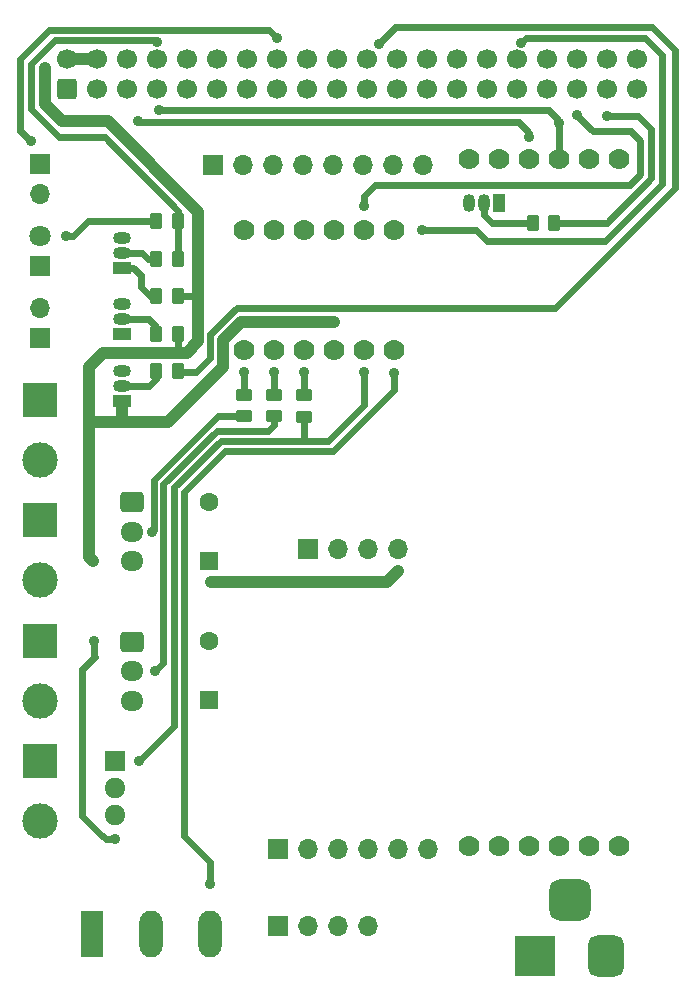
<source format=gtl>
G04 #@! TF.GenerationSoftware,KiCad,Pcbnew,(6.0.9)*
G04 #@! TF.CreationDate,2022-12-02T16:16:04-05:00*
G04 #@! TF.ProjectId,Roboshot,526f626f-7368-46f7-942e-6b696361645f,rev?*
G04 #@! TF.SameCoordinates,Original*
G04 #@! TF.FileFunction,Copper,L1,Top*
G04 #@! TF.FilePolarity,Positive*
%FSLAX46Y46*%
G04 Gerber Fmt 4.6, Leading zero omitted, Abs format (unit mm)*
G04 Created by KiCad (PCBNEW (6.0.9)) date 2022-12-02 16:16:04*
%MOMM*%
%LPD*%
G01*
G04 APERTURE LIST*
G04 Aperture macros list*
%AMRoundRect*
0 Rectangle with rounded corners*
0 $1 Rounding radius*
0 $2 $3 $4 $5 $6 $7 $8 $9 X,Y pos of 4 corners*
0 Add a 4 corners polygon primitive as box body*
4,1,4,$2,$3,$4,$5,$6,$7,$8,$9,$2,$3,0*
0 Add four circle primitives for the rounded corners*
1,1,$1+$1,$2,$3*
1,1,$1+$1,$4,$5*
1,1,$1+$1,$6,$7*
1,1,$1+$1,$8,$9*
0 Add four rect primitives between the rounded corners*
20,1,$1+$1,$2,$3,$4,$5,0*
20,1,$1+$1,$4,$5,$6,$7,0*
20,1,$1+$1,$6,$7,$8,$9,0*
20,1,$1+$1,$8,$9,$2,$3,0*%
G04 Aperture macros list end*
G04 #@! TA.AperFunction,ComponentPad*
%ADD10R,3.000000X3.000000*%
G04 #@! TD*
G04 #@! TA.AperFunction,ComponentPad*
%ADD11C,3.000000*%
G04 #@! TD*
G04 #@! TA.AperFunction,SMDPad,CuDef*
%ADD12RoundRect,0.250000X0.262500X0.450000X-0.262500X0.450000X-0.262500X-0.450000X0.262500X-0.450000X0*%
G04 #@! TD*
G04 #@! TA.AperFunction,ComponentPad*
%ADD13O,1.700000X1.700000*%
G04 #@! TD*
G04 #@! TA.AperFunction,ComponentPad*
%ADD14R,1.700000X1.700000*%
G04 #@! TD*
G04 #@! TA.AperFunction,ComponentPad*
%ADD15R,1.980000X3.960000*%
G04 #@! TD*
G04 #@! TA.AperFunction,ComponentPad*
%ADD16O,1.980000X3.960000*%
G04 #@! TD*
G04 #@! TA.AperFunction,ComponentPad*
%ADD17R,1.500000X1.050000*%
G04 #@! TD*
G04 #@! TA.AperFunction,ComponentPad*
%ADD18O,1.500000X1.050000*%
G04 #@! TD*
G04 #@! TA.AperFunction,ComponentPad*
%ADD19C,1.778000*%
G04 #@! TD*
G04 #@! TA.AperFunction,ComponentPad*
%ADD20R,1.800000X1.714500*%
G04 #@! TD*
G04 #@! TA.AperFunction,ComponentPad*
%ADD21O,1.800000X1.714500*%
G04 #@! TD*
G04 #@! TA.AperFunction,ComponentPad*
%ADD22R,1.800000X1.800000*%
G04 #@! TD*
G04 #@! TA.AperFunction,ComponentPad*
%ADD23C,1.800000*%
G04 #@! TD*
G04 #@! TA.AperFunction,ComponentPad*
%ADD24R,1.600000X1.600000*%
G04 #@! TD*
G04 #@! TA.AperFunction,ComponentPad*
%ADD25C,1.600000*%
G04 #@! TD*
G04 #@! TA.AperFunction,ComponentPad*
%ADD26RoundRect,0.250000X0.600000X-0.600000X0.600000X0.600000X-0.600000X0.600000X-0.600000X-0.600000X0*%
G04 #@! TD*
G04 #@! TA.AperFunction,ComponentPad*
%ADD27C,1.700000*%
G04 #@! TD*
G04 #@! TA.AperFunction,ComponentPad*
%ADD28R,3.500000X3.500000*%
G04 #@! TD*
G04 #@! TA.AperFunction,ComponentPad*
%ADD29RoundRect,0.750000X0.750000X1.000000X-0.750000X1.000000X-0.750000X-1.000000X0.750000X-1.000000X0*%
G04 #@! TD*
G04 #@! TA.AperFunction,ComponentPad*
%ADD30RoundRect,0.875000X0.875000X0.875000X-0.875000X0.875000X-0.875000X-0.875000X0.875000X-0.875000X0*%
G04 #@! TD*
G04 #@! TA.AperFunction,SMDPad,CuDef*
%ADD31RoundRect,0.250000X0.450000X-0.262500X0.450000X0.262500X-0.450000X0.262500X-0.450000X-0.262500X0*%
G04 #@! TD*
G04 #@! TA.AperFunction,SMDPad,CuDef*
%ADD32RoundRect,0.250000X-0.262500X-0.450000X0.262500X-0.450000X0.262500X0.450000X-0.262500X0.450000X0*%
G04 #@! TD*
G04 #@! TA.AperFunction,ComponentPad*
%ADD33RoundRect,0.250000X-0.725000X0.600000X-0.725000X-0.600000X0.725000X-0.600000X0.725000X0.600000X0*%
G04 #@! TD*
G04 #@! TA.AperFunction,ComponentPad*
%ADD34O,1.950000X1.700000*%
G04 #@! TD*
G04 #@! TA.AperFunction,SMDPad,CuDef*
%ADD35RoundRect,0.250000X-0.450000X0.262500X-0.450000X-0.262500X0.450000X-0.262500X0.450000X0.262500X0*%
G04 #@! TD*
G04 #@! TA.AperFunction,ComponentPad*
%ADD36R,1.050000X1.500000*%
G04 #@! TD*
G04 #@! TA.AperFunction,ComponentPad*
%ADD37O,1.050000X1.500000*%
G04 #@! TD*
G04 #@! TA.AperFunction,ViaPad*
%ADD38C,0.900000*%
G04 #@! TD*
G04 #@! TA.AperFunction,ViaPad*
%ADD39C,1.000000*%
G04 #@! TD*
G04 #@! TA.AperFunction,Conductor*
%ADD40C,0.600000*%
G04 #@! TD*
G04 #@! TA.AperFunction,Conductor*
%ADD41C,1.016000*%
G04 #@! TD*
G04 APERTURE END LIST*
D10*
X81076800Y-165228900D03*
D11*
X81076800Y-170308900D03*
D10*
X81076800Y-134620000D03*
D11*
X81076800Y-139700000D03*
D12*
X92758900Y-132232400D03*
X90933900Y-132232400D03*
D13*
X108864400Y-172696500D03*
X106324400Y-172696500D03*
X113944400Y-172696500D03*
X111404400Y-172696500D03*
X106324400Y-147296500D03*
D14*
X101244400Y-172696500D03*
D13*
X103784400Y-172696500D03*
D14*
X103784400Y-147296500D03*
D13*
X108864400Y-147296500D03*
X111404400Y-147296500D03*
D15*
X85496400Y-179832000D03*
D16*
X90496400Y-179832000D03*
X95496400Y-179832000D03*
D17*
X88037000Y-134748900D03*
D18*
X88037000Y-133478900D03*
X88037000Y-132208900D03*
D10*
X81076800Y-155041600D03*
D11*
X81076800Y-160121600D03*
D19*
X130149600Y-114225700D03*
X130149600Y-172391700D03*
X127609600Y-114225700D03*
X127609600Y-172391700D03*
X125069600Y-114225700D03*
X125069600Y-172391700D03*
X122529600Y-114225700D03*
X122529600Y-172391700D03*
X117449600Y-114225700D03*
X117449600Y-172391700D03*
X119989600Y-114225700D03*
X119989600Y-172391700D03*
D20*
X87425600Y-165247700D03*
D21*
X87425600Y-167533700D03*
X87425600Y-169819700D03*
D12*
X92758900Y-129057400D03*
X90933900Y-129057400D03*
D22*
X81076800Y-123291600D03*
D23*
X81076800Y-120751600D03*
D17*
X88032600Y-129059300D03*
D18*
X88032600Y-127789300D03*
X88032600Y-126519300D03*
D24*
X95402400Y-148300251D03*
D25*
X95402400Y-143300251D03*
D14*
X101244400Y-179148100D03*
D13*
X103784400Y-179148100D03*
X106324400Y-179148100D03*
X108864400Y-179148100D03*
D12*
X124610500Y-119634000D03*
X122785500Y-119634000D03*
D26*
X83362800Y-108332900D03*
D27*
X83362800Y-105792900D03*
X85902800Y-108332900D03*
X85902800Y-105792900D03*
X88442800Y-108332900D03*
X88442800Y-105792900D03*
X90982800Y-108332900D03*
X90982800Y-105792900D03*
X93522800Y-108332900D03*
X93522800Y-105792900D03*
X96062800Y-108332900D03*
X96062800Y-105792900D03*
X98602800Y-108332900D03*
X98602800Y-105792900D03*
X101142800Y-108332900D03*
X101142800Y-105792900D03*
X103682800Y-108332900D03*
X103682800Y-105792900D03*
X106222800Y-108332900D03*
X106222800Y-105792900D03*
X108762800Y-108332900D03*
X108762800Y-105792900D03*
X111302800Y-108332900D03*
X111302800Y-105792900D03*
X113842800Y-108332900D03*
X113842800Y-105792900D03*
X116382800Y-108332900D03*
X116382800Y-105792900D03*
X118922800Y-108332900D03*
X118922800Y-105792900D03*
X121462800Y-108332900D03*
X121462800Y-105792900D03*
X124002800Y-108332900D03*
X124002800Y-105792900D03*
X126542800Y-108332900D03*
X126542800Y-105792900D03*
X129082800Y-108332900D03*
X129082800Y-105792900D03*
X131622800Y-108332900D03*
X131622800Y-105792900D03*
D17*
X88032600Y-123471300D03*
D18*
X88032600Y-122201300D03*
X88032600Y-120931300D03*
D12*
X92757000Y-119532400D03*
X90932000Y-119532400D03*
D28*
X122981200Y-181680400D03*
D29*
X128981200Y-181680400D03*
D30*
X125981200Y-176980400D03*
D31*
X103428800Y-136067800D03*
X103428800Y-134242800D03*
D12*
X92758900Y-122707400D03*
X90933900Y-122707400D03*
D14*
X95758000Y-114784500D03*
D13*
X98298000Y-114784500D03*
X100838000Y-114784500D03*
X103378000Y-114784500D03*
X105918000Y-114784500D03*
X108458000Y-114784500D03*
X110998000Y-114784500D03*
X113538000Y-114784500D03*
D10*
X81076800Y-144830800D03*
D11*
X81076800Y-149910800D03*
D32*
X90933900Y-125882400D03*
X92758900Y-125882400D03*
D33*
X88849200Y-155121600D03*
D34*
X88849200Y-157621600D03*
X88849200Y-160121600D03*
D35*
X100888800Y-134190100D03*
X100888800Y-136015100D03*
D36*
X119989600Y-117957600D03*
D37*
X118719600Y-117957600D03*
X117449600Y-117957600D03*
D14*
X81076800Y-129387600D03*
D13*
X81076800Y-126847600D03*
D19*
X103416100Y-130412800D03*
X103416100Y-120252800D03*
X105956100Y-130412800D03*
X111036100Y-130412800D03*
X108496100Y-130412800D03*
X100876100Y-130412800D03*
X98336100Y-130412800D03*
X105956100Y-120252800D03*
X111036100Y-120252800D03*
X108496100Y-120252800D03*
X100876100Y-120252800D03*
X98336100Y-120252800D03*
D14*
X81076800Y-114677900D03*
D13*
X81076800Y-117217900D03*
D33*
X88900000Y-143306800D03*
D34*
X88900000Y-145806800D03*
X88900000Y-148306800D03*
D35*
X98348800Y-134190100D03*
X98348800Y-136015100D03*
D24*
X95402400Y-160085851D03*
D25*
X95402400Y-155085851D03*
D38*
X122529600Y-112369600D03*
X125069600Y-111226600D03*
X81534950Y-106553950D03*
X90982800Y-104343200D03*
X101142800Y-104014900D03*
X126542800Y-110515400D03*
X129082800Y-110591600D03*
X121844750Y-104394950D03*
X109753400Y-104470200D03*
X89357200Y-111023400D03*
X91186000Y-110109000D03*
X80289400Y-112725200D03*
X83286600Y-120751600D03*
X111036100Y-132346700D03*
X108496100Y-132295900D03*
X90534500Y-145812500D03*
X111379000Y-149123400D03*
X95580200Y-150063200D03*
X103416100Y-132270500D03*
X100888800Y-132283200D03*
X98336100Y-132270500D03*
D39*
X105956100Y-128054100D03*
D38*
X113434500Y-120220100D03*
X108508800Y-118262400D03*
D39*
X85576400Y-148306800D03*
D38*
X90830400Y-157581600D03*
X89458800Y-165252400D03*
X95504000Y-175666400D03*
X87425600Y-171857600D03*
X85663400Y-155030800D03*
D40*
X122529600Y-112039400D02*
X122529600Y-112369600D01*
X121640600Y-111150400D02*
X122529600Y-112039400D01*
X89357200Y-111023400D02*
X89484200Y-111150400D01*
X89484200Y-111150400D02*
X121640600Y-111150400D01*
X91211400Y-110083600D02*
X124155200Y-110083600D01*
X91186000Y-110109000D02*
X91211400Y-110083600D01*
X124155200Y-110083600D02*
X125069600Y-110998000D01*
X125069600Y-110998000D02*
X125069600Y-114225700D01*
X100455100Y-103327200D02*
X101142800Y-104014900D01*
X81838800Y-103327200D02*
X100455100Y-103327200D01*
X79400400Y-105765600D02*
X81838800Y-103327200D01*
X79400400Y-111836200D02*
X79400400Y-105765600D01*
X80289400Y-112725200D02*
X79400400Y-111836200D01*
X90982800Y-104140000D02*
X90982800Y-104343200D01*
X82346800Y-104140000D02*
X90982800Y-104140000D01*
X80314800Y-106172000D02*
X82346800Y-104140000D01*
X82702400Y-112420400D02*
X80314800Y-110032800D01*
X86563200Y-112420400D02*
X82702400Y-112420400D01*
X92757000Y-118614200D02*
X86563200Y-112420400D01*
X92757000Y-119020600D02*
X92757000Y-118614200D01*
X80314800Y-110032800D02*
X80314800Y-106172000D01*
X92760800Y-119024400D02*
X92757000Y-119020600D01*
X92758900Y-122707400D02*
X92760800Y-122705500D01*
X92760800Y-122705500D02*
X92760800Y-119024400D01*
X126542800Y-110515400D02*
X126542800Y-110566200D01*
X108508800Y-117360700D02*
X108508800Y-118262400D01*
X131927600Y-112701700D02*
X131927600Y-115519200D01*
X131036700Y-116410100D02*
X109459400Y-116410100D01*
X131138300Y-111912400D02*
X131927600Y-112701700D01*
X127889000Y-111912400D02*
X131138300Y-111912400D01*
X109459400Y-116410100D02*
X108508800Y-117360700D01*
X126542800Y-110566200D02*
X127889000Y-111912400D01*
X131927600Y-115519200D02*
X131036700Y-116410100D01*
X129082800Y-119634000D02*
X124610500Y-119634000D01*
X132842000Y-115874800D02*
X129082800Y-119634000D01*
X132842000Y-111736500D02*
X132842000Y-115874800D01*
X129082800Y-110591600D02*
X131697100Y-110591600D01*
X131697100Y-110591600D02*
X132842000Y-111736500D01*
X121844750Y-104394950D02*
X122224800Y-104014900D01*
X111123100Y-103100500D02*
X111455200Y-103100500D01*
X109753400Y-104470200D02*
X111123100Y-103100500D01*
D41*
X83362800Y-105792900D02*
X85902800Y-105792900D01*
D40*
X83286600Y-120751600D02*
X83921600Y-120751600D01*
X111036100Y-132346700D02*
X111036100Y-133819900D01*
X108496100Y-132295900D02*
X108496100Y-135089900D01*
X96140900Y-136015100D02*
X98348800Y-136015100D01*
X90728800Y-145618200D02*
X90728800Y-141427200D01*
X90728800Y-141427200D02*
X96140900Y-136015100D01*
X90534500Y-145812500D02*
X90728800Y-145618200D01*
D41*
X110439200Y-150063200D02*
X95580200Y-150063200D01*
X111379000Y-149123400D02*
X110439200Y-150063200D01*
X95580200Y-150063200D02*
X95554800Y-150037800D01*
D40*
X103416100Y-132270500D02*
X103416100Y-134230100D01*
X100888800Y-132283200D02*
X100888800Y-134190100D01*
X98336100Y-132270500D02*
X98336100Y-134177400D01*
D41*
X105943400Y-128041400D02*
X105956100Y-128054100D01*
X104038400Y-128041400D02*
X105943400Y-128041400D01*
X104013000Y-128016000D02*
X104038400Y-128041400D01*
X98145600Y-128016000D02*
X104013000Y-128016000D01*
X96570800Y-129590800D02*
X98145600Y-128016000D01*
X91948000Y-136499600D02*
X96570800Y-131876800D01*
X87731600Y-136499600D02*
X91948000Y-136499600D01*
X96570800Y-131876800D02*
X96570800Y-129590800D01*
X88037000Y-134748900D02*
X88037000Y-136499000D01*
D40*
X90345900Y-133478900D02*
X88037000Y-133478900D01*
X90298900Y-127789300D02*
X88032600Y-127789300D01*
D41*
X85242400Y-147972800D02*
X85576400Y-148306800D01*
X85242400Y-133072500D02*
X85242400Y-147972800D01*
D40*
X90830400Y-157607000D02*
X90830400Y-157581600D01*
X91541600Y-156895800D02*
X90830400Y-157607000D01*
X91541600Y-141782800D02*
X91541600Y-156895800D01*
X96086300Y-137238100D02*
X91541600Y-141782800D01*
X100888800Y-136780900D02*
X100431600Y-137238100D01*
X100431600Y-137238100D02*
X96086300Y-137238100D01*
X100888800Y-136015100D02*
X100888800Y-136780900D01*
X89457800Y-165253400D02*
X89458800Y-165252400D01*
X95496400Y-175658800D02*
X95504000Y-175666400D01*
X95496400Y-173779200D02*
X95496400Y-175658800D01*
X86691400Y-171857600D02*
X87425600Y-171857600D01*
X86385400Y-171551600D02*
X86691400Y-171857600D01*
X85663400Y-156351600D02*
X85663400Y-155030800D01*
X85725000Y-156413200D02*
X85663400Y-156351600D01*
X84683600Y-157454600D02*
X85725000Y-156413200D01*
X86334600Y-171551600D02*
X84683600Y-169900600D01*
X84683600Y-169900600D02*
X84683600Y-157454600D01*
X86385400Y-171551600D02*
X86334600Y-171551600D01*
X88442800Y-108332900D02*
X88442800Y-108356400D01*
X100876100Y-130412800D02*
X100888800Y-130425500D01*
X105484300Y-138101700D02*
X103659300Y-138101700D01*
X103659300Y-138101700D02*
X96391100Y-138101700D01*
X96391100Y-138101700D02*
X92456000Y-142036800D01*
X103428800Y-137871200D02*
X103659300Y-138101700D01*
X92456000Y-142036800D02*
X92456000Y-162255200D01*
X108496100Y-135089900D02*
X105484300Y-138101700D01*
X92456000Y-162255200D02*
X89457800Y-165253400D01*
X103428800Y-136067800D02*
X103428800Y-137871200D01*
X98336100Y-134177400D02*
X98348800Y-134190100D01*
X105890700Y-138965300D02*
X96746700Y-138965300D01*
X111036100Y-133819900D02*
X105890700Y-138965300D01*
X96746700Y-138965300D02*
X93268800Y-142443200D01*
X93268800Y-142443200D02*
X93268800Y-171551600D01*
X93268800Y-171551600D02*
X95496400Y-173779200D01*
X133756400Y-116382800D02*
X128930400Y-121208800D01*
X122224800Y-104014900D02*
X132334000Y-104014900D01*
X111068800Y-120220100D02*
X111036100Y-120252800D01*
X128930400Y-121208800D02*
X118973600Y-121208800D01*
X133756400Y-105437300D02*
X133756400Y-116382800D01*
X118973600Y-121208800D02*
X117984900Y-120220100D01*
X117984900Y-120220100D02*
X113434500Y-120220100D01*
X132334000Y-104014900D02*
X133756400Y-105437300D01*
X83921600Y-120751600D02*
X85140800Y-119532400D01*
X85140800Y-119532400D02*
X90932000Y-119532400D01*
X90933900Y-132890900D02*
X90345900Y-133478900D01*
X90933900Y-132232400D02*
X90933900Y-132890900D01*
X124714000Y-126847600D02*
X97739200Y-126847600D01*
X97739200Y-126847600D02*
X95504000Y-129082800D01*
X132943600Y-103100500D02*
X134823200Y-104980100D01*
X134823200Y-104980100D02*
X134823200Y-116738400D01*
X95504000Y-131064000D02*
X94284800Y-132283200D01*
X134823200Y-116738400D02*
X124714000Y-126847600D01*
X111455200Y-103100500D02*
X132943600Y-103100500D01*
X95504000Y-129082800D02*
X95504000Y-131064000D01*
X94284800Y-132283200D02*
X93266900Y-132283200D01*
D41*
X81483200Y-106605700D02*
X81534950Y-106553950D01*
D40*
X94437200Y-125882400D02*
X94488000Y-125933200D01*
D41*
X94488000Y-118719600D02*
X86817200Y-111048800D01*
X85242400Y-136499600D02*
X85242400Y-131876800D01*
X94488000Y-125933200D02*
X94488000Y-118719600D01*
X86461600Y-130657600D02*
X91897200Y-130657600D01*
X92608400Y-130657600D02*
X93522800Y-130657600D01*
D40*
X92758900Y-129057400D02*
X92758900Y-130507100D01*
D41*
X93522800Y-130657600D02*
X94488000Y-129692400D01*
X86817200Y-111048800D02*
X82979900Y-111048800D01*
X82979900Y-111048800D02*
X81483200Y-109552100D01*
X81483200Y-109552100D02*
X81483200Y-106605700D01*
X86207600Y-130911600D02*
X86461600Y-130657600D01*
X94488000Y-129692400D02*
X94488000Y-125933200D01*
X88036400Y-136499600D02*
X85242400Y-136499600D01*
D40*
X92758900Y-130507100D02*
X92608400Y-130657600D01*
D41*
X91998800Y-130657600D02*
X92608400Y-130657600D01*
X85242400Y-131876800D02*
X86207600Y-130911600D01*
D40*
X92758900Y-125882400D02*
X94437200Y-125882400D01*
D41*
X88037000Y-136499000D02*
X88036400Y-136499600D01*
D40*
X90933900Y-128424300D02*
X90298900Y-127789300D01*
X90933900Y-129057400D02*
X90933900Y-128424300D01*
X90933900Y-125882400D02*
X90373200Y-125882400D01*
X89611200Y-124104400D02*
X88978100Y-123471300D01*
X90373200Y-125882400D02*
X89611200Y-125120400D01*
X89611200Y-125120400D02*
X89611200Y-124104400D01*
X88978100Y-123471300D02*
X88032600Y-123471300D01*
X90195400Y-122707400D02*
X90933900Y-122707400D01*
X89689300Y-122201300D02*
X90195400Y-122707400D01*
X88233900Y-122201300D02*
X89689300Y-122201300D01*
X118719600Y-118086500D02*
X118719600Y-118973600D01*
X118719600Y-118973600D02*
X119380000Y-119634000D01*
X119380000Y-119634000D02*
X122785500Y-119634000D01*
M02*

</source>
